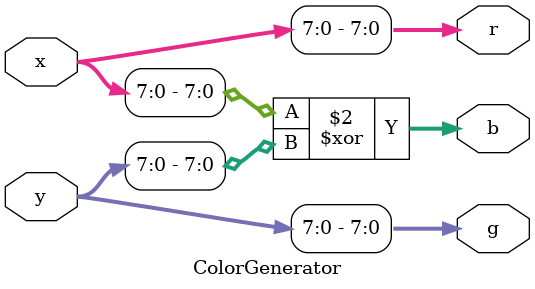
<source format=sv>
module ColorGenerator(
    input [9:0] x, // Pixel X coordinate (0 to 1023)
    input [9:0] y, // Pixel Y coordinate (0 to 1023)
    output reg [7:0] r, // Red channel
    output reg [7:0] g, // Green channel
    output reg [7:0] b  // Blue channel
);

always @(*) begin
    // Example: gradient pattern
    r = x[7:0]; // Red based on X coordinate
    g = y[7:0]; // Green based on Y coordinate
    b = (x[7:0] ^ y[7:0]); // Blue as XOR of X and Y coordinates
end

endmodule

</source>
